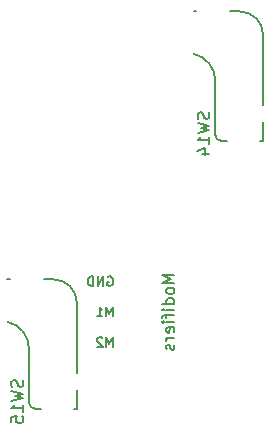
<source format=gbr>
%TF.GenerationSoftware,KiCad,Pcbnew,(6.0.7)*%
%TF.CreationDate,2023-01-05T19:36:13-06:00*%
%TF.ProjectId,OpenRectangle,4f70656e-5265-4637-9461-6e676c652e6b,rev?*%
%TF.SameCoordinates,Original*%
%TF.FileFunction,Legend,Bot*%
%TF.FilePolarity,Positive*%
%FSLAX46Y46*%
G04 Gerber Fmt 4.6, Leading zero omitted, Abs format (unit mm)*
G04 Created by KiCad (PCBNEW (6.0.7)) date 2023-01-05 19:36:13*
%MOMM*%
%LPD*%
G01*
G04 APERTURE LIST*
%ADD10C,0.200000*%
%ADD11C,0.150000*%
G04 APERTURE END LIST*
D10*
X268598085Y-107416148D02*
X268674275Y-107378052D01*
X268788561Y-107378052D01*
X268902847Y-107416148D01*
X268979037Y-107492338D01*
X269017132Y-107568528D01*
X269055228Y-107720909D01*
X269055228Y-107835195D01*
X269017132Y-107987576D01*
X268979037Y-108063767D01*
X268902847Y-108139957D01*
X268788561Y-108178052D01*
X268712370Y-108178052D01*
X268598085Y-108139957D01*
X268559989Y-108101862D01*
X268559989Y-107835195D01*
X268712370Y-107835195D01*
X268217132Y-108178052D02*
X268217132Y-107378052D01*
X267759989Y-108178052D01*
X267759989Y-107378052D01*
X267379037Y-108178052D02*
X267379037Y-107378052D01*
X267188561Y-107378052D01*
X267074275Y-107416148D01*
X266998085Y-107492338D01*
X266959989Y-107568528D01*
X266921894Y-107720909D01*
X266921894Y-107835195D01*
X266959989Y-107987576D01*
X266998085Y-108063767D01*
X267074275Y-108139957D01*
X267188561Y-108178052D01*
X267379037Y-108178052D01*
X269017132Y-110754052D02*
X269017132Y-109954052D01*
X268750466Y-110525481D01*
X268483799Y-109954052D01*
X268483799Y-110754052D01*
X267683799Y-110754052D02*
X268140942Y-110754052D01*
X267912370Y-110754052D02*
X267912370Y-109954052D01*
X267988561Y-110068338D01*
X268064751Y-110144528D01*
X268140942Y-110182624D01*
X269017132Y-113330052D02*
X269017132Y-112530052D01*
X268750466Y-113101481D01*
X268483799Y-112530052D01*
X268483799Y-113330052D01*
X268140942Y-112606243D02*
X268102847Y-112568148D01*
X268026656Y-112530052D01*
X267836180Y-112530052D01*
X267759989Y-112568148D01*
X267721894Y-112606243D01*
X267683799Y-112682433D01*
X267683799Y-112758624D01*
X267721894Y-112872909D01*
X268179037Y-113330052D01*
X267683799Y-113330052D01*
D11*
%TO.C,J3*%
X274232489Y-107235540D02*
X273232489Y-107235540D01*
X273946775Y-107568874D01*
X273232489Y-107902207D01*
X274232489Y-107902207D01*
X274232489Y-108521255D02*
X274184870Y-108426017D01*
X274137251Y-108378398D01*
X274042013Y-108330778D01*
X273756299Y-108330778D01*
X273661061Y-108378398D01*
X273613442Y-108426017D01*
X273565823Y-108521255D01*
X273565823Y-108664112D01*
X273613442Y-108759350D01*
X273661061Y-108806969D01*
X273756299Y-108854588D01*
X274042013Y-108854588D01*
X274137251Y-108806969D01*
X274184870Y-108759350D01*
X274232489Y-108664112D01*
X274232489Y-108521255D01*
X274232489Y-109711731D02*
X273232489Y-109711731D01*
X274184870Y-109711731D02*
X274232489Y-109616493D01*
X274232489Y-109426017D01*
X274184870Y-109330778D01*
X274137251Y-109283159D01*
X274042013Y-109235540D01*
X273756299Y-109235540D01*
X273661061Y-109283159D01*
X273613442Y-109330778D01*
X273565823Y-109426017D01*
X273565823Y-109616493D01*
X273613442Y-109711731D01*
X274232489Y-110187921D02*
X273565823Y-110187921D01*
X273232489Y-110187921D02*
X273280109Y-110140302D01*
X273327728Y-110187921D01*
X273280109Y-110235540D01*
X273232489Y-110187921D01*
X273327728Y-110187921D01*
X273565823Y-110521255D02*
X273565823Y-110902207D01*
X274232489Y-110664112D02*
X273375347Y-110664112D01*
X273280109Y-110711731D01*
X273232489Y-110806969D01*
X273232489Y-110902207D01*
X274232489Y-111235540D02*
X273565823Y-111235540D01*
X273232489Y-111235540D02*
X273280109Y-111187921D01*
X273327728Y-111235540D01*
X273280109Y-111283159D01*
X273232489Y-111235540D01*
X273327728Y-111235540D01*
X274184870Y-112092683D02*
X274232489Y-111997445D01*
X274232489Y-111806969D01*
X274184870Y-111711731D01*
X274089632Y-111664112D01*
X273708680Y-111664112D01*
X273613442Y-111711731D01*
X273565823Y-111806969D01*
X273565823Y-111997445D01*
X273613442Y-112092683D01*
X273708680Y-112140302D01*
X273803918Y-112140302D01*
X273899156Y-111664112D01*
X274232489Y-112568874D02*
X273565823Y-112568874D01*
X273756299Y-112568874D02*
X273661061Y-112616493D01*
X273613442Y-112664112D01*
X273565823Y-112759350D01*
X273565823Y-112854588D01*
X274184870Y-113140302D02*
X274232489Y-113235540D01*
X274232489Y-113426017D01*
X274184870Y-113521255D01*
X274089632Y-113568874D01*
X274042013Y-113568874D01*
X273946775Y-113521255D01*
X273899156Y-113426017D01*
X273899156Y-113283159D01*
X273851537Y-113187921D01*
X273756299Y-113140302D01*
X273708680Y-113140302D01*
X273613442Y-113187921D01*
X273565823Y-113283159D01*
X273565823Y-113426017D01*
X273613442Y-113521255D01*
%TO.C,SW15*%
X261395504Y-116146124D02*
X261443123Y-116288981D01*
X261443123Y-116527076D01*
X261395504Y-116622314D01*
X261347885Y-116669933D01*
X261252647Y-116717552D01*
X261157409Y-116717552D01*
X261062171Y-116669933D01*
X261014552Y-116622314D01*
X260966933Y-116527076D01*
X260919314Y-116336600D01*
X260871695Y-116241362D01*
X260824076Y-116193743D01*
X260728838Y-116146124D01*
X260633600Y-116146124D01*
X260538362Y-116193743D01*
X260490743Y-116241362D01*
X260443123Y-116336600D01*
X260443123Y-116574695D01*
X260490743Y-116717552D01*
X260443123Y-117050886D02*
X261443123Y-117288981D01*
X260728838Y-117479457D01*
X261443123Y-117669933D01*
X260443123Y-117908028D01*
X261443123Y-118812790D02*
X261443123Y-118241362D01*
X261443123Y-118527076D02*
X260443123Y-118527076D01*
X260585981Y-118431838D01*
X260681219Y-118336600D01*
X260728838Y-118241362D01*
X260443123Y-119717552D02*
X260443123Y-119241362D01*
X260919314Y-119193743D01*
X260871695Y-119241362D01*
X260824076Y-119336600D01*
X260824076Y-119574695D01*
X260871695Y-119669933D01*
X260919314Y-119717552D01*
X261014552Y-119765171D01*
X261252647Y-119765171D01*
X261347885Y-119717552D01*
X261395504Y-119669933D01*
X261443123Y-119574695D01*
X261443123Y-119336600D01*
X261395504Y-119241362D01*
X261347885Y-119193743D01*
%TO.C,SW14*%
X277164504Y-93458124D02*
X277212123Y-93600981D01*
X277212123Y-93839076D01*
X277164504Y-93934314D01*
X277116885Y-93981933D01*
X277021647Y-94029552D01*
X276926409Y-94029552D01*
X276831171Y-93981933D01*
X276783552Y-93934314D01*
X276735933Y-93839076D01*
X276688314Y-93648600D01*
X276640695Y-93553362D01*
X276593076Y-93505743D01*
X276497838Y-93458124D01*
X276402600Y-93458124D01*
X276307362Y-93505743D01*
X276259743Y-93553362D01*
X276212123Y-93648600D01*
X276212123Y-93886695D01*
X276259743Y-94029552D01*
X276212123Y-94362886D02*
X277212123Y-94600981D01*
X276497838Y-94791457D01*
X277212123Y-94981933D01*
X276212123Y-95220028D01*
X277212123Y-96124790D02*
X277212123Y-95553362D01*
X277212123Y-95839076D02*
X276212123Y-95839076D01*
X276354981Y-95743838D01*
X276450219Y-95648600D01*
X276497838Y-95553362D01*
X276545457Y-96981933D02*
X277212123Y-96981933D01*
X276164504Y-96743838D02*
X276878790Y-96505743D01*
X276878790Y-97124790D01*
%TO.C,SW15*%
X263190963Y-107620472D02*
X263990963Y-107620472D01*
X262910963Y-118570472D02*
X262440963Y-118570472D01*
X265990963Y-117020472D02*
X265990963Y-118570472D01*
X261940963Y-118070472D02*
X261940963Y-113505648D01*
X265990963Y-109620472D02*
X265990963Y-115520472D01*
X260340963Y-107620472D02*
X260100963Y-107620472D01*
X265990963Y-118570472D02*
X265760963Y-118570472D01*
X265990963Y-109620472D02*
G75*
G03*
X263990963Y-107620472I-2000004J-4D01*
G01*
X261940963Y-118070472D02*
G75*
G03*
X262440963Y-118570472I500001J1D01*
G01*
X261940963Y-113505648D02*
G75*
G03*
X260100963Y-111211326I-2349332J866D01*
G01*
%TO.C,SW14*%
X281759963Y-95882472D02*
X281529963Y-95882472D01*
X278959963Y-84932472D02*
X279759963Y-84932472D01*
X276109963Y-84932472D02*
X275869963Y-84932472D01*
X278679963Y-95882472D02*
X278209963Y-95882472D01*
X281759963Y-86932472D02*
X281759963Y-92832472D01*
X277709963Y-95382472D02*
X277709963Y-90817648D01*
X281759963Y-94332472D02*
X281759963Y-95882472D01*
X277709963Y-95382472D02*
G75*
G03*
X278209963Y-95882472I500001J1D01*
G01*
X277709963Y-90817648D02*
G75*
G03*
X275869963Y-88523326I-2349332J866D01*
G01*
X281759963Y-86932472D02*
G75*
G03*
X279759963Y-84932472I-2000004J-4D01*
G01*
%TD*%
M02*

</source>
